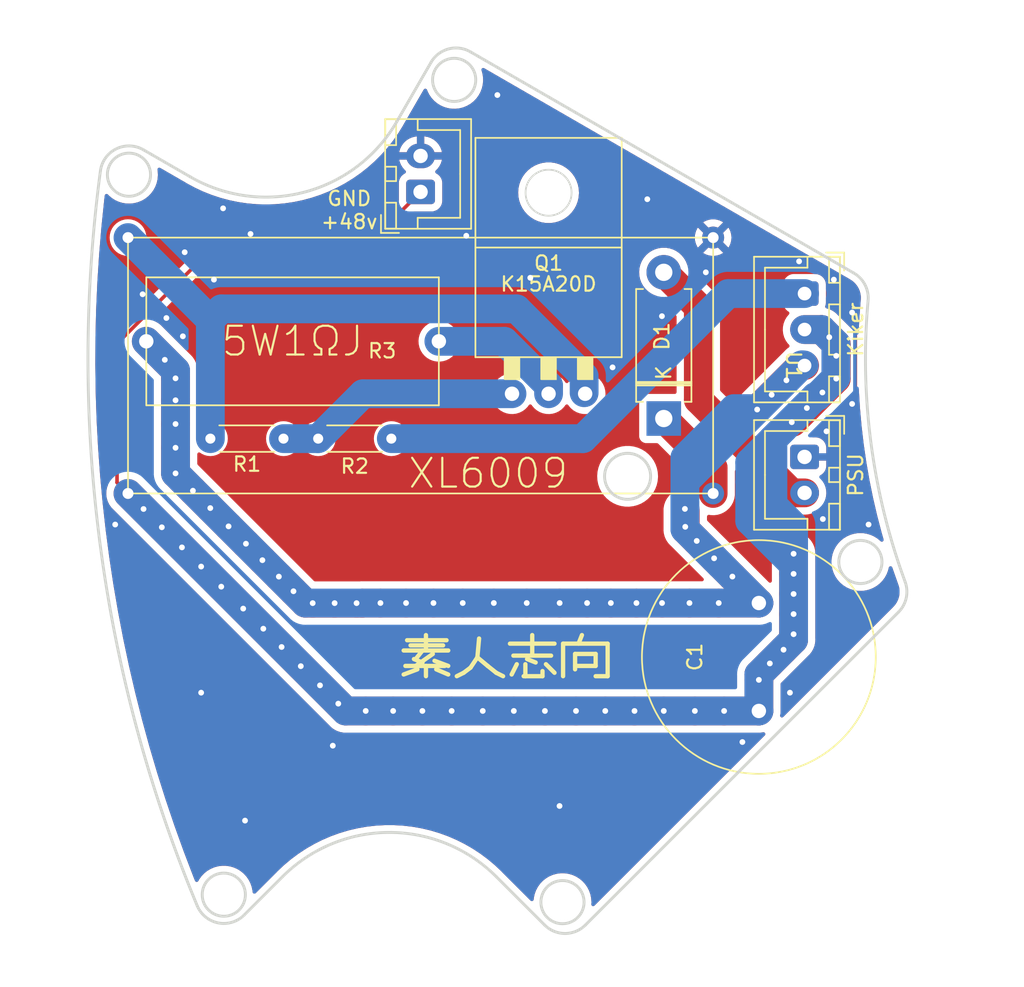
<source format=kicad_pcb>
(kicad_pcb (version 20211014) (generator pcbnew)
  (layers (0 "F.Cu" signal) (31 "B.Cu" signal) (34 "B.Paste" user) (35 "F.Paste" user) (36 "B.SilkS" user "B.Silkscreen") (37 "F.SilkS" user "F.Silkscreen") (38 "B.Mask" user) (39 "F.Mask" user) (44 "Edge.Cuts" user))
  (net 0 "")
  (net 1 "Net-(C1-Pad1)")
  (net 2 "Net-(C1-Pad2)")
  (net 3 "+12V")
  (net 4 "Net-(D1-Pad2)")
  (net 5 "GND")
  (net 6 "Net-(J2-Pad1)")
  (net 7 "Net-(Q1-Pad1)")
  (net 8 "Net-(Q1-Pad2)")
  (net 9 "Net-(Q1-Pad3)")
  (footprint "Diode_THT:D_DO-15_P10.16mm_Horizontal" (layer "F.Cu") (at 150.241 92.583 90)
    (fp_text reference "D1" (at 5.715 -0.127 90) (layer "F.SilkS"))
    (fp_text value "D")
    (fp_text user "K" (at 3.175 0 90) (layer "F.SilkS"))
    (fp_line (start 2.3 -1.92) (end 2.3 1.92) (layer "F.SilkS") (width 0.12))
    (fp_line (start 2.42 -1.92) (end 2.42 1.92) (layer "F.SilkS") (width 0.12))
    (fp_line (start 1.16 -1.92) (end 9 -1.92) (layer "F.SilkS") (width 0.12))
    (fp_line (start 1.16 1.92) (end 9 1.92) (layer "F.SilkS") (width 0.12))
    (fp_line (start 2.54 -1.92) (end 2.54 1.92) (layer "F.SilkS") (width 0.12))
    (fp_line (start 9 1.92) (end 9 1.44) (layer "F.SilkS") (width 0.12))
    (fp_line (start 9 -1.92) (end 9 -1.44) (layer "F.SilkS") (width 0.12))
    (fp_line (start 1.16 1.44) (end 1.16 1.92) (layer "F.SilkS") (width 0.12))
    (fp_line (start 1.16 -1.44) (end 1.16 -1.92) (layer "F.SilkS") (width 0.12))
    (pad "1" thru_hole rect (at 0 0 90) (size 2.4 2.4) (drill 1.2) (layers *.Cu *.Mask) (net 3 "+12V"))
    (pad "2" thru_hole oval (at 10.16 0 90) (size 2.4 2.4) (drill 1.2) (layers *.Cu *.Mask) (net 4 "Net-(D1-Pad2)"))
  )
  (footprint "Lib:5W 1Ω sement" (layer "F.Cu") (at 124.46 92.2975 180)
    (fp_text reference "R3" (at -6.223 4.4135 unlocked) (layer "F.SilkS"))
    (fp_text value "1")
    (fp_text user "5W1ΩJ" (at 0 5.08 unlocked) (layer "F.SilkS") (effects (font (size 2 2))))
    (fp_line (start 10.16 9.525) (end 10.16 0.635) (layer "F.SilkS") (width 0.12))
    (fp_line (start -10.16 9.525) (end -10.16 0.635) (layer "F.SilkS") (width 0.12))
    (fp_line (start 10.16 0.635) (end -10.16 0.635) (layer "F.SilkS") (width 0.12))
    (fp_line (start -10.16 9.525) (end 10.16 9.525) (layer "F.SilkS") (width 0.12))
    (pad "1" thru_hole circle (at 10.16 5.08) (size 1.8 1.8) (drill 1) (layers *.Cu *.Mask) (net 2 "Net-(C1-Pad2)"))
    (pad "2" thru_hole circle (at -10.16 5.08) (size 1.8 1.8) (drill 1) (layers *.Cu *.Mask) (net 8 "Net-(Q1-Pad2)"))
  )
  (footprint "Lib:XL6009" (layer "F.Cu") (at 158.75 88.9 -90)
    (fp_text reference "U1" (at 0 -0.5 -90 unlocked) (layer "F.SilkS"))
    (fp_text value "XL6009")
    (fp_text user "XL6009" (at 7.493 20.701 unlocked) (layer "F.SilkS") (effects (font (size 2 2))))
    (fp_rect (start -8.89 5.08) (end 8.89 45.72) (layer "F.SilkS") (width 0.12) (fill none))
    (pad "1" thru_hole circle (at 8.89 5.08 270) (size 1.524 1.524) (drill 0.762) (layers *.Cu *.Mask) (net 3 "+12V"))
    (pad "2" thru_hole circle (at -8.89 5.08 270) (size 1.524 1.524) (drill 0.762) (layers *.Cu *.Mask) (net 5 "GND"))
    (pad "3" thru_hole circle (at 8.89 45.72 270) (size 1.524 1.524) (drill 0.762) (layers *.Cu *.Mask) (net 1 "Net-(C1-Pad1)"))
    (pad "4" thru_hole circle (at -8.89 45.72 270) (size 1.524 1.524) (drill 0.762) (layers *.Cu *.Mask) (net 9 "Net-(Q1-Pad3)"))
  )
  (footprint "Capacitor_THT:C_Radial_D16.0mm_H31.5mm_P7.50mm" (layer "F.Cu") (at 156.845 112.903 90)
    (fp_text reference "C1" (at 3.75 -4.445 90) (layer "F.SilkS"))
    (fp_text value "4700")
    (fp_circle (center 3.75 0) (end 11.87 0) (layer "F.SilkS") (width 0.12) (fill none))
    (pad "1" thru_hole circle (at 0 0 90) (size 2 2) (drill 1) (layers *.Cu *.Mask) (net 1 "Net-(C1-Pad1)"))
    (pad "2" thru_hole circle (at 7.5 0 90) (size 2 2) (drill 1) (layers *.Cu *.Mask) (net 2 "Net-(C1-Pad2)"))
  )
  (footprint "Connector_JST:JST_XH_B3B-XH-A_1x03_P2.50mm_Vertical" (layer "F.Cu") (at 160.02 83.9 -90)
    (fp_text reference "Kiker" (at 2.5 -3.55 90) (layer "F.SilkS"))
    (fp_text value "Conn_01x03_Female")
    (fp_line (start -0.75 -1.7) (end -0.75 -2.45) (layer "F.SilkS") (width 0.12))
    (fp_line (start 5.75 -1.7) (end 7.55 -1.7) (layer "F.SilkS") (width 0.12))
    (fp_line (start 4.25 -1.7) (end 4.25 -2.45) (layer "F.SilkS") (width 0.12))
    (fp_line (start -0.75 -2.45) (end -2.55 -2.45) (layer "F.SilkS") (width 0.12))
    (fp_line (start -2.56 3.51) (end 7.56 3.51) (layer "F.SilkS") (width 0.12))
    (fp_line (start -2.55 -0.2) (end -1.8 -0.2) (layer "F.SilkS") (width 0.12))
    (fp_line (start 6.8 2.75) (end 2.5 2.75) (layer "F.SilkS") (width 0.12))
    (fp_line (start -1.8 2.75) (end 2.5 2.75) (layer "F.SilkS") (width 0.12))
    (fp_line (start 7.56 -2.46) (end -2.56 -2.46) (layer "F.SilkS") (width 0.12))
    (fp_line (start -2.55 -2.45) (end -2.55 -1.7) (layer "F.SilkS") (width 0.12))
    (fp_line (start 7.55 -1.7) (end 7.55 -2.45) (layer "F.SilkS") (width 0.12))
    (fp_line (start 0.75 -2.45) (end 0.75 -1.7) (layer "F.SilkS") (width 0.12))
    (fp_line (start 0.75 -1.7) (end 4.25 -1.7) (layer "F.SilkS") (width 0.12))
    (fp_line (start 5.75 -2.45) (end 5.75 -1.7) (layer "F.SilkS") (width 0.12))
    (fp_line (start -1.6 -2.75) (end -2.85 -2.75) (layer "F.SilkS") (width 0.12))
    (fp_line (start -1.8 -0.2) (end -1.8 2.75) (layer "F.SilkS") (width 0.12))
    (fp_line (start -2.85 -2.75) (end -2.85 -1.5) (layer "F.SilkS") (width 0.12))
    (fp_line (start 7.56 3.51) (end 7.56 -2.46) (layer "F.SilkS") (width 0.12))
    (fp_line (start -2.55 -1.7) (end -0.75 -1.7) (layer "F.SilkS") (width 0.12))
    (fp_line (start 4.25 -2.45) (end 0.75 -2.45) (layer "F.SilkS") (width 0.12))
    (fp_line (start 6.8 -0.2) (end 6.8 2.75) (layer "F.SilkS") (width 0.12))
    (fp_line (start -2.56 -2.46) (end -2.56 3.51) (layer "F.SilkS") (width 0.12))
    (fp_line (start 7.55 -2.45) (end 5.75 -2.45) (layer "F.SilkS") (width 0.12))
    (fp_line (start 7.55 -0.2) (end 6.8 -0.2) (layer "F.SilkS") (width 0.12))
    (pad "1" thru_hole roundrect (at 0 0 270) (size 1.7 1.95) (drill 0.95) (layers *.Cu *.Mask) (roundrect_rratio 0.1470588235) (net 6 "Net-(J2-Pad1)"))
    (pad "2" thru_hole oval (at 2.5 0 270) (size 1.7 1.95) (drill 0.95) (layers *.Cu *.Mask) (net 1 "Net-(C1-Pad1)"))
    (pad "3" thru_hole oval (at 5 0 270) (size 1.7 1.95) (drill 0.95) (layers *.Cu *.Mask) (net 2 "Net-(C1-Pad2)"))
  )
  (footprint "Resistor_THT:R_Axial_DIN0204_L3.6mm_D1.6mm_P5.08mm_Horizontal" (layer "F.Cu") (at 118.75 93.98)
    (fp_text reference "R1" (at 2.54 1.778) (layer "F.SilkS"))
    (fp_text value "10K")
    (fp_line (start 0.62 -0.92) (end 4.46 -0.92) (layer "F.SilkS") (width 0.12))
    (fp_line (start 0.62 0.92) (end 4.46 0.92) (layer "F.SilkS") (width 0.12))
    (pad "1" thru_hole circle (at 0 0) (size 1.4 1.4) (drill 0.7) (layers *.Cu *.Mask) (net 9 "Net-(Q1-Pad3)"))
    (pad "2" thru_hole oval (at 5.08 0) (size 1.4 1.4) (drill 0.7) (layers *.Cu *.Mask) (net 7 "Net-(Q1-Pad1)"))
  )
  (footprint "Resistor_THT:R_Axial_DIN0204_L3.6mm_D1.6mm_P5.08mm_Horizontal" (layer "F.Cu") (at 131.318 93.98 180)
    (fp_text reference "R2" (at 2.54 -1.92) (layer "F.SilkS"))
    (fp_text value "100")
    (fp_line (start 0.62 0.92) (end 4.46 0.92) (layer "F.SilkS") (width 0.12))
    (fp_line (start 0.62 -0.92) (end 4.46 -0.92) (layer "F.SilkS") (width 0.12))
    (pad "1" thru_hole circle (at 0 0 180) (size 1.4 1.4) (drill 0.7) (layers *.Cu *.Mask) (net 6 "Net-(J2-Pad1)"))
    (pad "2" thru_hole oval (at 5.08 0 180) (size 1.4 1.4) (drill 0.7) (layers *.Cu *.Mask) (net 7 "Net-(Q1-Pad1)"))
  )
  (footprint "Lib:K15A20D" (layer "F.Cu") (at 142.24 68.509)
    (fp_text reference "Q1" (at 0 13.279 unlocked) (layer "F.SilkS"))
    (fp_text value "Q_NMOS_GDS")
    (fp_text user "K15A20D" (at 0 14.732 unlocked) (layer "F.SilkS"))
    (fp_line (start 5.08 19.812) (end -5.08 19.812) (layer "F.SilkS") (width 0.12))
    (fp_line (start -5.08 19.812) (end -5.08 4.572) (layer "F.SilkS") (width 0.12))
    (fp_line (start -5.08 12.192) (end 5.08 12.192) (layer "F.SilkS") (width 0.12))
    (fp_line (start -5.08 4.572) (end 5.08 4.572) (layer "F.SilkS") (width 0.12))
    (fp_line (start 5.08 4.572) (end 5.08 19.812) (layer "F.SilkS") (width 0.12))
    (fp_poly (pts (xy -0.508 19.812) (xy 0.508 19.812) (xy 0.508 21.336) (xy -0.508 21.336)) (layer "F.SilkS") (width 0.12) (fill solid))
    (fp_poly (pts (xy -3.048 19.812) (xy -2.032 19.812) (xy -2.032 21.336) (xy -3.048 21.336)) (layer "F.SilkS") (width 0.12) (fill solid))
    (fp_poly (pts (xy 2.032 19.812) (xy 3.048 19.812) (xy 3.048 21.336) (xy 2.032 21.336)) (layer "F.SilkS") (width 0.12) (fill solid))
    (fp_circle (center 0 8.382) (end -1.6 8.382) (layer "Edge.Cuts") (width 0.12) (fill none))
    (pad "1" thru_hole circle (at -2.54 22.352 180) (size 1.8 1.8) (drill 1) (layers *.Cu *.Mask) (net 7 "Net-(Q1-Pad1)"))
    (pad "2" thru_hole circle (at 0 22.352 180) (size 1.8 1.8) (drill 1) (layers *.Cu *.Mask) (net 8 "Net-(Q1-Pad2)"))
    (pad "3" thru_hole circle (at 2.54 22.352 180) (size 1.8 1.8) (drill 1) (layers *.Cu *.Mask) (net 9 "Net-(Q1-Pad3)"))
  )
  (footprint "Connector_JST:JST_XH_B2B-XH-A_1x02_P2.50mm_Vertical" (layer "F.Cu") (at 160.02 95.25 -90)
    (fp_text reference "PSU" (at 1.25 -3.55 90) (layer "F.SilkS"))
    (fp_text value "Conn_01x02_Female")
    (fp_line (start -2.85 -2.75) (end -2.85 -1.5) (layer "F.SilkS") (width 0.12))
    (fp_line (start 1.75 -2.45) (end 0.75 -2.45) (layer "F.SilkS") (width 0.12))
    (fp_line (start 5.06 -2.46) (end -2.56 -2.46) (layer "F.SilkS") (width 0.12))
    (fp_line (start 5.05 -1.7) (end 5.05 -2.45) (layer "F.SilkS") (width 0.12))
    (fp_line (start 0.75 -1.7) (end 1.75 -1.7) (layer "F.SilkS") (width 0.12))
    (fp_line (start 1.75 -1.7) (end 1.75 -2.45) (layer "F.SilkS") (width 0.12))
    (fp_line (start 3.25 -1.7) (end 5.05 -1.7) (layer "F.SilkS") (width 0.12))
    (fp_line (start -2.55 -1.7) (end -0.75 -1.7) (layer "F.SilkS") (width 0.12))
    (fp_line (start -2.55 -0.2) (end -1.8 -0.2) (layer "F.SilkS") (width 0.12))
    (fp_line (start -1.8 -0.2) (end -1.8 2.75) (layer "F.SilkS") (width 0.12))
    (fp_line (start 4.3 -0.2) (end 4.3 2.75) (layer "F.SilkS") (width 0.12))
    (fp_line (start -2.56 -2.46) (end -2.56 3.51) (layer "F.SilkS") (width 0.12))
    (fp_line (start -1.6 -2.75) (end -2.85 -2.75) (layer "F.SilkS") (width 0.12))
    (fp_line (start 0.75 -2.45) (end 0.75 -1.7) (layer "F.SilkS") (width 0.12))
    (fp_line (start -0.75 -1.7) (end -0.75 -2.45) (layer "F.SilkS") (width 0.12))
    (fp_line (start -2.55 -2.45) (end -2.55 -1.7) (layer "F.SilkS") (width 0.12))
    (fp_line (start -2.56 3.51) (end 5.06 3.51) (layer "F.SilkS") (width 0.12))
    (fp_line (start 5.05 -0.2) (end 4.3 -0.2) (layer "F.SilkS") (width 0.12))
    (fp_line (start -0.75 -2.45) (end -2.55 -2.45) (layer "F.SilkS") (width 0.12))
    (fp_line (start 5.05 -2.45) (end 3.25 -2.45) (layer "F.SilkS") (width 0.12))
    (fp_line (start 4.3 2.75) (end 1.25 2.75) (layer "F.SilkS") (width 0.12))
    (fp_line (start 3.25 -2.45) (end 3.25 -1.7) (layer "F.SilkS") (width 0.12))
    (fp_line (start -1.8 2.75) (end 1.25 2.75) (layer "F.SilkS") (width 0.12))
    (fp_line (start 5.06 3.51) (end 5.06 -2.46) (layer "F.SilkS") (width 0.12))
    (pad "1" thru_hole roundrect (at 0 0 270) (size 1.7 2) (drill 1) (layers *.Cu *.Mask) (roundrect_rratio 0.1470588235) (net 5 "GND"))
    (pad "2" thru_hole oval (at 2.5 0 270) (size 1.7 2) (drill 1) (layers *.Cu *.Mask) (net 4 "Net-(D1-Pad2)"))
  )
  (footprint "Connector_JST:JST_XH_B2B-XH-A_1x02_P2.50mm_Vertical" (layer "F.Cu") (at 133.35 76.835 90)
    (fp_text reference "REF**" hide)
    (fp_text value "JST_XH_B2B-XH-A_1x02_P2.50mm_Vertical" hide)
    (fp_line (start 4.3 -0.2) (end 4.3 2.75) (layer "F.SilkS") (width 0.12))
    (fp_line (start -2.85 -2.75) (end -2.85 -1.5) (layer "F.SilkS") (width 0.12))
    (fp_line (start 5.06 -2.46) (end -2.56 -2.46) (layer "F.SilkS") (width 0.12))
    (fp_line (start -0.75 -2.45) (end -2.55 -2.45) (layer "F.SilkS") (width 0.12))
    (fp_line (start 4.3 2.75) (end 1.25 2.75) (layer "F.SilkS") (width 0.12))
    (fp_line (start 5.06 3.51) (end 5.06 -2.46) (layer "F.SilkS") (width 0.12))
    (fp_line (start -2.55 -1.7) (end -0.75 -1.7) (layer "F.SilkS") (width 0.12))
    (fp_line (start -1.6 -2.75) (end -2.85 -2.75) (layer "F.SilkS") (width 0.12))
    (fp_line (start 3.25 -1.7) (end 5.05 -1.7) (layer "F.SilkS") (width 0.12))
    (fp_line (start -1.8 -0.2) (end -1.8 2.75) (layer "F.SilkS") (width 0.12))
    (fp_line (start 5.05 -1.7) (end 5.05 -2.45) (layer "F.SilkS") (width 0.12))
    (fp_line (start 1.75 -1.7) (end 1.75 -2.45) (layer "F.SilkS") (width 0.12))
    (fp_line (start 5.05 -0.2) (end 4.3 -0.2) (layer "F.SilkS") (width 0.12))
    (fp_line (start -1.8 2.75) (end 1.25 2.75) (layer "F.SilkS") (width 0.12))
    (fp_line (start -2.55 -2.45) (end -2.55 -1.7) (layer "F.SilkS") (width 0.12))
    (fp_line (start -2.56 -2.46) (end -2.56 3.51) (layer "F.SilkS") (width 0.12))
    (fp_line (start 0.75 -1.7) (end 1.75 -1.7) (layer "F.SilkS") (width 0.12))
    (fp_line (start -2.56 3.51) (end 5.06 3.51) (layer "F.SilkS") (width 0.12))
    (fp_line (start -2.55 -0.2) (end -1.8 -0.2) (layer "F.SilkS") (width 0.12))
    (fp_line (start 1.75 -2.45) (end 0.75 -2.45) (layer "F.SilkS") (width 0.12))
    (fp_line (start -0.75 -1.7) (end -0.75 -2.45) (layer "F.SilkS") (width 0.12))
    (fp_line (start 3.25 -2.45) (end 3.25 -1.7) (layer "F.SilkS") (width 0.12))
    (fp_line (start 0.75 -2.45) (end 0.75 -1.7) (layer "F.SilkS") (width 0.12))
    (fp_line (start 5.05 -2.45) (end 3.25 -2.45) (layer "F.SilkS") (width 0.12))
    (pad "1" thru_hole roundrect (at 0 0 90) (size 1.7 2) (drill 1) (layers *.Cu *.Mask) (roundrect_rratio 0.1470588235) (net 1 "Net-(C1-Pad1)"))
    (pad "2" thru_hole oval (at 2.5 0 90) (size 1.7 2) (drill 1) (layers *.Cu *.Mask) (net 5 "GND"))
  )
  (gr_arc (start 111.11438 75.37492) (mid 112.213531 73.84452) (end 114.096709 73.906945) (layer "Edge.Cuts") (width 0.2))
  (gr_line (start 163.439876 82.476163) (end 136.808684 67.100722) (layer "Edge.Cuts") (width 0.2))
  (gr_circle (center 113.09692 75.638634) (end 111.59692 75.638634) (layer "Edge.Cuts") (width 0.2) (fill none))
  (gr_line (start 134.07668 67.83272) (end 131.701545 71.946572) (layer "Edge.Cuts") (width 0.2))
  (gr_line (start 117.358651 75.79005) (end 114.096709 73.906945) (layer "Edge.Cuts") (width 0.2))
  (gr_circle (center 143.206222 126.18822) (end 141.706222 126.18822) (layer "Edge.Cuts") (width 0.2) (fill none))
  (gr_circle (center 147.72918 96.59822) (end 146.12918 96.59822) (layer "Edge.Cuts") (width 0.2) (fill none))
  (gr_circle (center 119.683574 125.669237) (end 118.183574 125.669237) (layer "Edge.Cuts") (width 0.2) (fill none))
  (gr_arc (start 134.07668 67.83272) (mid 135.29108 66.900904) (end 136.808684 67.100722) (layer "Edge.Cuts") (width 0.2))
  (gr_arc (start 123.760777 124.420455) (mid 131.185395 121.345067) (end 138.610021 124.420438) (layer "Edge.Cuts") (width 0.2))
  (gr_arc (start 121.097783 127.083447) (mid 119.294788 127.631116) (end 117.837151 126.436951) (layer "Edge.Cuts") (width 0.2))
  (gr_arc (start 117.83684 126.43708) (mid 111.09693 101.35081) (end 111.11436 75.374917) (layer "Edge.Cuts") (width 0.2))
  (gr_arc (start 163.439876 82.476163) (mid 164.215261 83.287061) (end 164.432181 84.387845) (layer "Edge.Cuts") (width 0.2))
  (gr_arc (start 131.701545 71.946572) (mid 125.326085 76.838735) (end 117.358651 75.79005) (layer "Edge.Cuts") (width 0.2))
  (gr_line (start 144.797206 127.779204) (end 166.541351 106.034871) (layer "Edge.Cuts") (width 0.2))
  (gr_line (start 121.097783 127.083447) (end 123.760777 124.420455) (layer "Edge.Cuts") (width 0.2))
  (gr_arc (start 144.797206 127.779204) (mid 143.382994 128.364988) (end 141.968785 127.779195) (layer "Edge.Cuts") (width 0.2))
  (gr_circle (center 135.68373 69.049226) (end 134.18373 69.049226) (layer "Edge.Cuts") (width 0.2) (fill none))
  (gr_line (start 138.610021 124.420438) (end 141.968785 127.779195) (layer "Edge.Cuts") (width 0.2))
  (gr_circle (center 163.897952 102.55112) (end 162.397952 102.55112) (layer "Edge.Cuts") (width 0.2) (fill none))
  (gr_arc (start 167.0048 103.93173) (mid 167.080403 105.051023) (end 166.541351 106.034871) (layer "Edge.Cuts") (width 0.2))
  (gr_arc (start 167.0048 103.93173) (mid 164.634961 94.302393) (end 164.431779 84.387809) (layer "Edge.Cuts") (width 0.2))
  (gr_text "GND\n+48v" (at 128.397 78.105) (layer "F.SilkS") (effects (font (size 1 1))))
  (gr_text "素人志向" (at 139.319 109.347) (layer "F.SilkS") (effects (font (size 2.5 2.5) (thickness 0.3))))
  (segment (start 162.21952 87.41652) (end 162.21952 88.22448) (width 2) (layer "F.Cu") (net 1))
  (segment (start 158.5595 108.6485) (end 159.258 107.95) (width 2) (layer "F.Cu") (net 1))
  (segment (start 131.445 112.903) (end 133.477 112.903) (width 2) (layer "F.Cu") (net 1))
  (segment (start 148.209 112.903) (end 150.241 112.903) (width 2) (layer "F.Cu") (net 1))
  (segment (start 127.635 112.395) (end 128.143 112.903) (width 2) (layer "F.Cu") (net 1))
  (segment (start 135.509 112.903) (end 137.668 112.903) (width 2) (layer "F.Cu") (net 1))
  (segment (start 156.845 110.363) (end 157.607 109.601) (width 2) (layer "F.Cu") (net 1))
  (segment (start 156.845 110.744) (end 156.845 110.363) (width 2) (layer "F.Cu") (net 1))
  (segment (start 154.432 112.903) (end 156.845 112.903) (width 2) (layer "F.Cu") (net 1))
  (segment (start 116.7765 101.5365) (end 118.11 102.87) (width 2) (layer "F.Cu") (net 1))
  (segment (start 122.428 107.188) (end 123.698 108.458) (width 2) (layer "F.Cu") (net 1))
  (segment (start 119.507 104.267) (end 121.031 105.791) (width 2) (layer "F.Cu") (net 1))
  (segment (start 159.258 104.775) (end 159.258 103.378) (width 2) (layer "F.Cu") (net 1))
  (segment (start 159.193591 92.837) (end 159.131 92.837) (width 2) (layer "F.Cu") (net 1))
  (segment (start 150.241 112.903) (end 152.4 112.903) (width 2) (layer "F.Cu") (net 1))
  (segment (start 160.178295 91.852295) (end 159.193591 92.837) (width 2) (layer "F.Cu") (net 1))
  (segment (start 133.477 112.903) (end 135.509 112.903) (width 2) (layer "F.Cu") (net 1))
  (segment (start 113.03 97.79) (end 112.268001 97.028001) (width 0.25) (layer "F.Cu") (net 1))
  (segment (start 115.3795 100.1395) (end 116.7765 101.5365) (width 2) (layer "F.Cu") (net 1))
  (segment (start 159.258 103.378) (end 159.258 101.981) (width 2) (layer "F.Cu") (net 1))
  (segment (start 131.572 78.613) (end 133.35 76.835) (width 0.25) (layer "F.Cu") (net 1))
  (segment (start 157.607 109.601) (end 158.5595 108.6485) (width 2) (layer "F.Cu") (net 1))
  (segment (start 125.0315 109.7915) (end 126.365 111.125) (width 2) (layer "F.Cu") (net 1))
  (segment (start 139.827 112.903) (end 141.986 112.903) (width 2) (layer "F.Cu") (net 1))
  (segment (start 137.668 112.903) (end 139.827 112.903) (width 2) (layer "F.Cu") (net 1))
  (segment (start 113.03 97.79) (end 114.1095 98.8695) (width 2) (layer "F.Cu") (net 1))
  (segment (start 159.258 107.569) (end 159.258 106.172) (width 2) (layer "F.Cu") (net 1))
  (segment (start 146.177 112.903) (end 148.209 112.903) (width 2) (layer "F.Cu") (net 1))
  (segment (start 162.21952 88.22448) (end 162.21952 89.811071) (width 2) (layer "F.Cu") (net 1))
  (segment (start 121.031 78.613) (end 131.572 78.613) (width 0.25) (layer "F.Cu") (net 1))
  (segment (start 112.268001 87.375999) (end 121.031 78.613) (width 0.25) (layer "F.Cu") (net 1))
  (segment (start 129.54 112.903) (end 131.445 112.903) (width 2) (layer "F.Cu") (net 1))
  (segment (start 161.203 86.4) (end 161.7345 86.9315) (width 2) (layer "F.Cu") (net 1))
  (segment (start 161.257795 90.772795) (end 160.178295 91.852295) (width 2) (layer "F.Cu") (net 1))
  (segment (start 156.845 112.903) (end 156.845 110.744) (width 2) (layer "F.Cu") (net 1))
  (segment (start 128.143 112.903) (end 129.54 112.903) (width 2) (layer "F.Cu") (net 1))
  (segment (start 126.365 111.125) (end 127.635 112.395) (width 2) (layer "F.Cu") (net 1))
  (segment (start 161.7345 86.9315) (end 162.21952 87.41652) (width 2) (layer "F.Cu") (net 1))
  (segment (start 160.02 86.4) (end 161.203 86.4) (width 2) (layer "F.Cu") (net 1))
  (segment (start 159.258 107.95) (end 159.258 107.569) (width 2) (layer "F.Cu") (net 1))
  (segment (start 141.986 112.903) (end 144.145 112.903) (width 2) (layer "F.Cu") (net 1))
  (segment (start 114.1095 98.8695) (end 115.3795 100.1395) (width 2) (layer "F.Cu") (net 1))
  (segment (start 152.4 112.903) (end 154.432 112.903) (width 2) (layer "F.Cu") (net 1))
  (segment (start 159.258 106.172) (end 159.258 104.775) (width 2) (layer "F.Cu") (net 1))
  (segment (start 162.21952 89.811071) (end 161.257795 90.772795) (width 2) (layer "F.Cu") (net 1))
  (segment (start 118.11 102.87) (end 119.507 104.267) (width 2) (layer "F.Cu") (net 1))
  (segment (start 144.145 112.903) (end 146.177 112.903) (width 2) (layer "F.Cu") (net 1))
  (segment (start 123.698 108.458) (end 125.0315 109.7915) (width 2) (layer "F.Cu") (net 1))
  (segment (start 112.268001 97.028001) (end 112.268001 87.375999) (width 0.25) (layer "F.Cu") (net 1))
  (segment (start 121.031 105.791) (end 122.428 107.188) (width 2) (layer "F.Cu") (net 1))
  (via (at 114.1095 98.8695) (size 0.8) (drill 0.4) (layers "F.Cu" "B.Cu") (net 1))
  (via (at 148.209 112.903) (size 0.8) (drill 0.4) (layers "F.Cu" "B.Cu") (net 1))
  (via (at 118.11 102.87) (size 0.8) (drill 0.4) (layers "F.Cu" "B.Cu") (net 1))
  (via (at 144.145 112.903) (size 0.8) (drill 0.4) (layers "F.Cu" "B.Cu") (net 1))
  (via (at 158.5595 108.6485) (size 0.8) (drill 0.4) (layers "F.Cu" "B.Cu") (net 1))
  (via (at 137.668 112.903) (size 0.8) (drill 0.4) (layers "F.Cu" "B.Cu") (net 1))
  (via (at 133.477 112.903) (size 0.8) (drill 0.4) (layers "F.Cu" "B.Cu") (net 1))
  (via (at 135.509 112.903) (size 0.8) (drill 0.4) (layers "F.Cu" "B.Cu") (net 1))
  (via (at 115.3795 100.1395) (size 0.8) (drill 0.4) (layers "F.Cu" "B.Cu") (net 1))
  (via (at 139.827 112.903) (size 0.8) (drill 0.4) (layers "F.Cu" "B.Cu") (net 1))
  (via (at 159.258 104.775) (size 0.8) (drill 0.4) (layers "F.Cu" "B.Cu") (net 1))
  (via (at 160.178295 91.852295) (size 0.8) (drill 0.4) (layers "F.Cu" "B.Cu") (net 1))
  (via (at 127.635 112.395) (size 0.8) (drill 0.4) (layers "F.Cu" "B.Cu") (net 1))
  (via (at 150.241 112.903) (size 0.8) (drill 0.4) (layers "F.Cu" "B.Cu") (net 1))
  (via (at 123.698 108.458) (size 0.8) (drill 0.4) (layers "F.Cu" "B.Cu") (net 1))
  (via (at 125.0315 109.7915) (size 0.8) (drill 0.4) (layers "F.Cu" "B.Cu") (net 1))
  (via (at 159.258 103.378) (size 0.8) (drill 0.4) (layers "F.Cu" "B.Cu") (net 1))
  (via (at 162.21952 88.22448) (size 0.8) (drill 0.4) (layers "F.Cu" "B.Cu") (net 1))
  (via (at 159.258 107.569) (size 0.8) (drill 0.4) (layers "F.Cu" "B.Cu") (net 1))
  (via (at 141.986 112.903) (size 0.8) (drill 0.4) (layers "F.Cu" "B.Cu") (net 1))
  (via (at 121.031 105.791) (size 0.8) (drill 0.4) (layers "F.Cu" "B.Cu") (net 1))
  (via (at 156.845 110.744) (size 0.8) (drill 0.4) (layers "F.Cu" "B.Cu") (net 1))
  (via (at 126.365 111.125) (size 0.8) (drill 0.4) (layers "F.Cu" "B.Cu") (net 1))
  (via (at 129.54 112.903) (size 0.8) (drill 0.4) (layers "F.Cu" "B.Cu") (net 1))
  (via (at 161.7345 86.9315) (size 0.8) (drill 0.4) (layers "F.Cu" "B.Cu") (net 1))
  (via (at 146.177 112.903) (size 0.8) (drill 0.4) (layers "F.Cu" "B.Cu") (net 1))
  (via (at 131.445 112.903) (size 0.8) (drill 0.4) (layers "F.Cu" "B.Cu") (net 1))
  (via (at 154.432 112.903) (size 0.8) (drill 0.4) (layers "F.Cu" "B.Cu") (net 1))
  (via (at 159.258 101.981) (size 0.8) (drill 0.4) (layers "F.Cu" "B.Cu") (net 1))
  (via (at 161.257795 90.772795) (size 0.8) (drill 0.4) (layers "F.Cu" "B.Cu") (net 1))
  (via (at 152.4 112.903) (size 0.8) (drill 0.4) (layers "F.Cu" "B.Cu") (net 1))
  (via (at 159.131 92.837) (size 0.8) (drill 0.4) (layers "F.Cu" "B.Cu") (net 1))
  (via (at 162.21952 89.811071) (size 0.8) (drill 0.4) (layers "F.Cu" "B.Cu") (net 1))
  (via (at 116.7765 101.5365) (size 0.8) (drill 0.4) (layers "F.Cu" "B.Cu") (net 1))
  (via (at 122.428 107.188) (size 0.8) (drill 0.4) (layers "F.Cu" "B.Cu") (net 1))
  (via (at 159.258 106.172) (size 0.8) (drill 0.4) (layers "F.Cu" "B.Cu") (net 1))
  (via (at 119.507 104.267) (size 0.8) (drill 0.4) (layers "F.Cu" "B.Cu") (net 1))
  (via (at 157.607 109.601) (size 0.8) (drill 0.4) (layers "F.Cu" "B.Cu") (net 1))
  (segment (start 162.19452 89.748938) (end 162.19452 87.39152) (width 2) (layer "B.Cu") (net 1))
  (segment (start 156.845 112.903) (end 156.845 110.363) (width 2) (layer "B.Cu") (net 1))
  (segment (start 158.5595 93.2815) (end 157.82048 94.02052) (width 2) (layer "B.Cu") (net 1))
  (segment (start 160.887504 91.055953) (end 160.785047 91.055953) (width 2) (layer "B.Cu") (net 1))
  (segment (start 156.21 99.695) (end 156.21 96.988458) (width 2) (layer "B.Cu") (net 1))
  (segment (start 159.258 100.036458) (end 157.82048 98.598938) (width 2) (layer "B.Cu") (net 1))
  (segment (start 159.258 107.95) (end 159.258 102.743) (width 2) (layer "B.Cu") (net 1))
  (segment (start 162.19452 89.748938) (end 160.887504 91.055953) (width 2) (layer "B.Cu") (net 1))
  (segment (start 156.21 96.988458) (end 156.21 95.631) (width 2) (layer "B.Cu") (net 1))
  (segment (start 162.19452 87.39152) (end 161.203 86.4) (width 2) (layer "B.Cu") (net 1))
  (segment (start 161.203 86.4) (end 160.02 86.4) (width 2) (layer "B.Cu") (net 1))
  (segment (start 160.785047 91.055953) (end 158.5595 93.2815) (width 2) (layer "B.Cu") (net 1))
  (segment (start 156.21 95.631) (end 158.5595 93.2815) (width 2) (layer "B.Cu") (net 1))
  (segment (start 159.258 102.743) (end 159.258 100.036458) (width 2) (layer "B.Cu") (net 1))
  (segment (start 128.143 112.903) (end 156.845 112.903) (width 2) (layer "B.Cu") (net 1))
  (segment (start 159.258 102.743) (end 156.21 99.695) (width 2) (layer "B.Cu") (net 1))
  (segment (start 157.82048 94.02052) (end 157.82048 98.598938) (width 2) (layer "B.Cu") (net 1))
  (segment (start 159.258 100.036458) (end 156.21 96.988458) (width 2) (layer "B.Cu") (net 1))
  (segment (start 113.03 97.79) (end 128.143 112.903) (width 2) (layer "B.Cu") (net 1))
  (segment (start 156.845 110.363) (end 159.258 107.95) (width 2) (layer "B.Cu") (net 1))
  (segment (start 157.734 90.932) (end 156.845 91.821) (width 2) (layer "F.Cu") (net 2))
  (segment (start 125.857 105.41) (end 127.381 105.41) (width 2) (layer "F.Cu") (net 2))
  (segment (start 148.343 105.403) (end 150.121 105.403) (width 2) (layer "F.Cu") (net 2))
  (segment (start 116.332 92.964) (end 116.332 94.615) (width 2) (layer "F.Cu") (net 2))
  (segment (start 146.565 105.403) (end 148.343 105.403) (width 2) (layer "F.Cu") (net 2))
  (segment (start 128.905 105.41) (end 129.286 105.41) (width 2) (layer "F.Cu") (net 2))
  (segment (start 122.3645 102.4255) (end 123.5075 103.5685) (width 2) (layer "F.Cu") (net 2))
  (segment (start 159.766 88.9) (end 157.734 90.932) (width 2) (layer "F.Cu") (net 2))
  (segment (start 124.5235 104.5845) (end 125.349 105.41) (width 2) (layer "F.Cu") (net 2))
  (segment (start 150.121 105.403) (end 152.026 105.403) (width 2) (layer "F.Cu") (net 2))
  (segment (start 125.349 105.41) (end 125.857 105.41) (width 2) (layer "F.Cu") (net 2))
  (segment (start 129.293 105.403) (end 130.563 105.403) (width 2) (layer "F.Cu") (net 2))
  (segment (start 115.58575 88.50325) (end 116.332 89.2495) (width 2) (layer "F.Cu") (net 2))
  (segment (start 144.914 105.403) (end 146.565 105.403) (width 2) (layer "F.Cu") (net 2))
  (segment (start 151.733704 100.291704) (end 151.733704 100.107296) (width 2) (layer "F.Cu") (net 2))
  (segment (start 117.5385 97.5995) (end 118.745 98.806) (width 2) (layer "F.Cu") (net 2))
  (segment (start 140.723 105.403) (end 143.009 105.403) (width 2) (layer "F.Cu") (net 2))
  (segment (start 120.015 100.076) (end 121.2215 101.2825) (width 2) (layer "F.Cu") (net 2))
  (segment (start 151.733704 100.107296) (end 151.733704 98.964295) (width 2) (layer "F.Cu") (net 2))
  (segment (start 116.332 89.2495) (end 116.332 89.789) (width 2) (layer "F.Cu") (net 2))
  (segment (start 154.058 105.403) (end 156.845 105.403) (width 2) (layer "F.Cu") (net 2))
  (segment (start 152.5305 101.0885) (end 151.733704 100.291704) (width 2) (layer "F.Cu") (net 2))
  (segment (start 127.381 105.41) (end 128.905 105.41) (width 2) (layer "F.Cu") (net 2))
  (segment (start 132.341 105.403) (end 134.246 105.403) (width 2) (layer "F.Cu") (net 2))
  (segment (start 116.332 96.393) (end 117.5385 97.5995) (width 2) (layer "F.Cu") (net 2))
  (segment (start 118.745 98.806) (end 120.015 100.076) (width 2) (layer "F.Cu") (net 2))
  (segment (start 153.737 102.295) (end 152.5305 101.0885) (width 2) (layer "F.Cu") (net 2))
  (segment (start 156.845 105.403) (end 155.007 103.565) (width 2) (layer "F.Cu") (net 2))
  (segment (start 116.332 89.789) (end 116.332 91.313) (width 2) (layer "F.Cu") (net 2))
  (segment (start 138.437 105.403) (end 140.723 105.403) (width 2) (layer "F.Cu") (net 2))
  (segment (start 123.5075 103.5685) (end 124.5235 104.5845) (width 2) (layer "F.Cu") (net 2))
  (segment (start 134.246 105.403) (end 136.278 105.403) (width 2) (layer "F.Cu") (net 2))
  (segment (start 116.332 91.313) (end 116.332 92.964) (width 2) (layer "F.Cu") (net 2))
  (segment (start 129.286 105.41) (end 129.293 105.403) (width 2) (layer "F.Cu") (net 2))
  (segment (start 130.563 105.403) (end 132.341 105.403) (width 2) (layer "F.Cu") (net 2))
  (segment (start 160.02 88.9) (end 159.766 88.9) (width 2) (layer "F.Cu") (net 2))
  (segment (start 114.3 87.2175) (end 115.58575 88.50325) (width 2) (layer "F.Cu") (net 2))
  (segment (start 152.026 105.403) (end 154.058 105.403) (width 2) (layer "F.Cu") (net 2))
  (segment (start 155.007 103.565) (end 153.737 102.295) (width 2) (layer "F.Cu") (net 2))
  (segment (start 143.009 105.403) (end 144.914 105.403) (width 2) (layer "F.Cu") (net 2))
  (segment (start 136.278 105.403) (end 138.437 105.403) (width 2) (layer "F.Cu") (net 2))
  (segment (start 121.2215 101.2825) (end 122.3645 102.4255) (width 2) (layer "F.Cu") (net 2))
  (segment (start 116.332 94.615) (end 116.332 96.393) (width 2) (layer "F.Cu") (net 2))
  (via (at 124.5235 104.5845) (size 0.8) (drill 0.4) (layers "F.Cu" "B.Cu") (net 2))
  (via (at 115.58575 88.50325) (size 0.8) (drill 0.4) (layers "F.Cu" "B.Cu") (net 2))
  (via (at 134.246 105.403) (size 0.8) (drill 0.4) (layers "F.Cu" "B.Cu") (net 2))
  (via (at 156.728002 91.958002) (size 0.8) (drill 0.4) (layers "F.Cu" "B.Cu") (net 2))
  (via (at 153.737 102.295) (size 0.8) (drill 0.4) (layers "F.Cu" "B.Cu") (net 2))
  (via (at 138.437 105.403) (size 0.8) (drill 0.4) (layers "F.Cu" "B.Cu") (net 2))
  (via (at 151.733704 100.107296) (size 0.8) (drill 0.4) (layers "F.Cu" "B.Cu") (net 2))
  (via (at 116.332 89.789) (size 0.8) (drill 0.4) (layers "F.Cu" "B.Cu") (net 2))
  (via (at 152.026 105.403) (size 0.8) (drill 0.4) (layers "F.Cu" "B.Cu") (net 2))
  (via (at 116.332 94.615) (size 0.8) (drill 0.4) (layers "F.Cu" "B.Cu") (net 2))
  (via (at 146.565 105.403) (size 0.8) (drill 0.4) (layers "F.Cu" "B.Cu") (net 2))
  (via (at 117.5385 97.5995) (size 0.8) (drill 0.4) (layers "F.Cu" "B.Cu") (net 2))
  (via (at 150.121 105.403) (size 0.8) (drill 0.4) (layers "F.Cu" "B.Cu") (net 2))
  (via (at 120.015 100.076) (size 0.8) (drill 0.4) (layers "F.Cu" "B.Cu") (net 2))
  (via (at 122.3645 102.4255) (size 0.8) (drill 0.4) (layers "F.Cu" "B.Cu") (net 2))
  (via (at 123.5075 103.5685) (size 0.8) (drill 0.4) (layers "F.Cu" "B.Cu") (net 2))
  (via (at 116.332 92.964) (size 0.8) (drill 0.4) (layers "F.Cu" "B.Cu") (net 2))
  (via (at 151.708489 98.862511) (size 0.8) (drill 0.4) (layers "F.Cu" "B.Cu") (net 2))
  (via (at 118.745 98.806) (size 0.8) (drill 0.4) (layers "F.Cu" "B.Cu") (net 2))
  (via (at 130.563 105.403) (size 0.8) (drill 0.4) (layers "F.Cu" "B.Cu") (net 2))
  (via (at 157.734 90.932) (size 0.8) (drill 0.4) (layers "F.Cu" "B.Cu") (net 2))
  (via (at 144.914 105.403) (size 0.8) (drill 0.4) (layers "F.Cu" "B.Cu") (net 2))
  (via (at 116.332 91.313) (size 0.8) (drill 0.4) (layers "F.Cu" "B.Cu") (net 2))
  (via (at 143.009 105.403) (size 0.8) (drill 0.4) (layers "F.Cu" "B.Cu") (net 2))
  (via (at 125.857 105.41) (size 0.8) (drill 0.4) (layers "F.Cu" "B.Cu") (net 2))
  (via (at 155.007 103.565) (size 0.8) (drill 0.4) (layers "F.Cu" "B.Cu") (net 2))
  (via (at 140.723 105.403) (size 0.8) (drill 0.4) (layers "F.Cu" "B.Cu") (net 2))
  (via (at 152.5305 101.0885) (size 0.8) (drill 0.4) (layers "F.Cu" "B.Cu") (net 2))
  (via (at 158.760002 89.926002) (size 0.8) (drill 0.4) (layers "F.Cu" "B.Cu") (net 2))
  (via (at 154.058 105.403) (size 0.8) (drill 0.4) (layers "F.Cu" "B.Cu") (net 2))
  (via (at 148.343 105.403) (size 0.8) (drill 0.4) (layers "F.Cu" "B.Cu") (net 2))
  (via (at 132.341 105.403) (size 0.8) (drill 0.4) (layers "F.Cu" "B.Cu") (net 2))
  (via (at 127.381 105.41) (size 0.8) (drill 0.4) (layers "F.Cu" "B.Cu") (net 2))
  (via (at 116.332 96.393) (size 0.8) (drill 0.4) (layers "F.Cu" "B.Cu") (net 2))
  (via (at 121.2215 101.2825) (size 0.8) (drill 0.4) (layers "F.Cu" "B.Cu") (net 2))
  (via (at 128.905 105.41) (size 0.8) (drill 0.4) (layers "F.Cu" "B.Cu") (net 2))
  (via (at 136.278 105.403) (size 0.8) (drill 0.4) (layers "F.Cu" "B.Cu") (net 2))
  (segment (start 156.845 105.403) (end 154.1815 102.7395) (width 2) (layer "B.Cu") (net 2))
  (segment (start 156.728002 91.958002) (end 156.791502 91.894502) (width 2) (layer "B.Cu") (net 2))
  (segment (start 155.120498 91.894502) (end 156.791502 91.894502) (width 2) (layer "B.Cu") (net 2))
  (segment (start 151.708489 98.862511) (end 151.708489 96.977514) (width 2) (layer "B.Cu") (net 2))
  (segment (start 154.1815 102.7395) (end 151.708489 100.266489) (width 2) (layer "B.Cu") (net 2))
  (segment (start 151.708489 100.266489) (end 151.708489 98.862511) (width 2) (layer "B.Cu") (net 2))
  (segment (start 151.708489 95.306511) (end 155.120498 91.894502) (width 2) (layer "B.Cu") (net 2))
  (segment (start 125.342 105.403) (end 156.845 105.403) (width 2) (layer "B.Cu") (net 2))
  (segment (start 151.708489 96.977514) (end 151.708489 95.306511) (width 2) (layer "B.Cu") (net 2))
  (segment (start 116.332 89.2495) (end 116.332 96.393) (width 2) (layer "B.Cu") (net 2))
  (segment (start 158.760002 89.926002) (end 159.82957 88.856433) (width 2) (layer "B.Cu") (net 2))
  (segment (start 159.82957 88.856433) (end 159.976433 88.856433) (width 2) (layer "B.Cu") (net 2))
  (segment (start 116.332 96.393) (end 125.342 105.403) (width 2) (layer "B.Cu") (net 2))
  (segment (start 154.1815 102.7395) (end 152.857514 101.415514) (width 2) (layer "B.Cu") (net 2))
  (segment (start 114.3 87.2175) (end 116.332 89.2495) (width 2) (layer "B.Cu") (net 2))
  (segment (start 151.708489 96.977514) (end 156.728002 91.958002) (width 2) (layer "B.Cu") (net 2))
  (segment (start 156.791502 91.894502) (end 158.760002 89.926002) (width 2) (layer "B.Cu") (net 2))
  (segment (start 153.67 96.012) (end 150.241 92.583) (width 2) (layer "F.Cu") (net 3))
  (segment (start 153.67 97.79) (end 153.67 96.012) (width 2) (layer "F.Cu") (net 3))
  (segment (start 152.640511 84.822511) (end 150.241 82.423) (width 2) (layer "F.Cu") (net 4))
  (segment (start 160.02 97.75) (end 159.12007 97.75) (width 2) (layer "F.Cu") (net 4))
  (segment (start 159.12007 97.75) (end 152.640511 91.270441) (width 2) (layer "F.Cu") (net 4))
  (segment (start 152.640511 91.270441) (end 152.640511 84.822511) (width 2) (layer "F.Cu") (net 4))
  (segment (start 163.54404 85.43904) (end 163.54404 91.34496) (width 0.25) (layer "F.Cu") (net 5))
  (segment (start 163.322 85.217) (end 163.54404 85.43904) (width 0.25) (layer "F.Cu") (net 5))
  (segment (start 163.54404 91.34496) (end 163.322 91.567) (width 0.25) (layer "F.Cu") (net 5))
  (via (at 163.322 91.567) (size 0.8) (drill 0.4) (layers "F.Cu" "B.Cu") (net 5))
  (via (at 161.29 99.568) (size 0.8) (drill 0.4) (layers "F.Cu" "B.Cu") (net 5))
  (via (at 119.634 77.978) (size 0.8) (drill 0.4) (layers "F.Cu" "B.Cu") (net 5))
  (via (at 136.525 79.883) (size 0.8) (drill 0.4) (layers "F.Cu" "B.Cu") (net 5))
  (via (at 127.254 115.316) (size 0.8) (drill 0.4) (layers "F.Cu" "B.Cu") (net 5))
  (via (at 118.999 82.931) (size 0.8) (drill 0.4) (layers "F.Cu" "B.Cu") (net 5))
  (via (at 153.162 82.423) (size 0.8) (drill 0.4) (layers "F.Cu" "B.Cu") (net 5))
  (via (at 155.702 115.062) (size 0.8) (drill 0.4) (layers "F.Cu" "B.Cu") (net 5))
  (via (at 146.685 89.027) (size 0.8) (drill 0.4) (layers "F.Cu" "B.Cu") (net 5))
  (via (at 114.046 83.947) (size 0.8) (drill 0.4) (layers "F.Cu" "B.Cu") (net 5))
  (via (at 161.544 93.472) (size 0.8) (drill 0.4) (layers "F.Cu" "B.Cu") (net 5))
  (via (at 163.322 85.217) (size 0.8) (drill 0.4) (layers "F.Cu" "B.Cu") (net 5))
  (via (at 121.539 79.756) (size 0.8) (drill 0.4) (layers "F.Cu" "B.Cu") (net 5))
  (via (at 143.002 119.507) (size 0.8) (drill 0.4) (layers "F.Cu" "B.Cu") (net 5))
  (via (at 116.967 81.026) (size 0.8) (drill 0.4) (layers "F.Cu" "B.Cu") (net 5))
  (via (at 140.97 82.804) (size 0.8) (drill 0.4) (layers "F.Cu" "B.Cu") (net 5))
  (via (at 159.004 111.633) (size 0.8) (drill 0.4) (layers "F.Cu" "B.Cu") (net 5))
  (via (at 164.465 99.949) (size 0.8) (drill 0.4) (layers "F.Cu" "B.Cu") (net 5))
  (via (at 162.052 82.931) (size 0.8) (drill 0.4) (layers "F.Cu" "B.Cu") (net 5))
  (via (at 115.697 85.598) (size 0.8) (drill 0.4) (layers "F.Cu" "B.Cu") (net 5))
  (via (at 112.141 99.949) (size 0.8) (drill 0.4) (layers "F.Cu" "B.Cu") (net 5))
  (via (at 138.684 70.104) (size 0.8) (drill 0.4) (layers "F.Cu" "B.Cu") (net 5))
  (via (at 159.639 81.661) (size 0.8) (drill 0.4) (layers "F.Cu" "B.Cu") (net 5))
  (via (at 149.098 77.343) (size 0.8) (drill 0.4) (layers "F.Cu" "B.Cu") (net 5))
  (via (at 116.84 86.868) (size 0.8) (drill 0.4) (layers "F.Cu" "B.Cu") (net 5))
  (via (at 118.11 111.633) (size 0.8) (drill 0.4) (layers "F.Cu" "B.Cu") (net 5))
  (via (at 150.114 85.471) (size 0.8) (drill 0.4) (layers "F.Cu" "B.Cu") (net 5))
  (via (at 121.158 120.523) (size 0.8) (drill 0.4) (layers "F.Cu" "B.Cu") (net 5))
  (segment (start 163.51904 91.36996) (end 163.51904 85.41404) (width 0.25) (layer "B.Cu") (net 5))
  (segment (start 163.322 91.567) (end 163.51904 91.36996) (width 0.25) (layer "B.Cu") (net 5))
  (segment (start 163.51904 85.41404) (end 163.322 85.217) (width 0.25) (layer "B.Cu") (net 5))
  (segment (start 144.630158 93.98) (end 154.710158 83.9) (width 2) (layer "B.Cu") (net 6))
  (segment (start 154.710158 83.9) (end 160.02 83.9) (width 2) (layer "B.Cu") (net 6))
  (segment (start 131.318 93.98) (end 144.630158 93.98) (width 2) (layer "B.Cu") (net 6))
  (segment (start 123.83 93.98) (end 126.238 93.98) (width 2) (layer "B.Cu") (net 7))
  (segment (start 126.238 93.98) (end 129.357 90.861) (width 2) (layer "B.Cu") (net 7))
  (segment (start 129.357 90.861) (end 139.7 90.861) (width 2) (layer "B.Cu") (net 7))
  (segment (start 142.24 90.861) (end 142.24 90.290409) (width 2) (layer "B.Cu") (net 8))
  (segment (start 139.167091 87.2175) (end 134.62 87.2175) (width 2) (layer "B.Cu") (net 8))
  (segment (start 142.24 90.290409) (end 139.167091 87.2175) (width 2) (layer "B.Cu") (net 8))
  (segment (start 118.75 85.73) (end 119.517 84.963) (width 2) (layer "B.Cu") (net 9))
  (segment (start 118.75 85.73) (end 113.03 80.01) (width 2) (layer "B.Cu") (net 9))
  (segment (start 119.517 84.963) (end 140.023183 84.963) (width 2) (layer "B.Cu") (net 9))
  (segment (start 118.75 93.98) (end 118.75 85.73) (width 2) (layer "B.Cu") (net 9))
  (segment (start 144.709283 89.6491) (end 144.709283 90.790283) (width 2) (layer "B.Cu") (net 9))
  (segment (start 140.023183 84.963) (end 144.709283 89.6491) (width 2) (layer "B.Cu") (net 9))
  (zone (net 5) (net_name "GND") (layers F&B.Cu) (connect_pads (clearance 0.508)) (min_thickness 0.254) (fill yes (thermal_gap 0.508) (thermal_bridge_width 0.508))
    (polygon (pts (xy 175.26 132.08) (xy 104.14 132.08) (xy 104.14 63.5) (xy 175.26 63.5)))
  )
)
</source>
